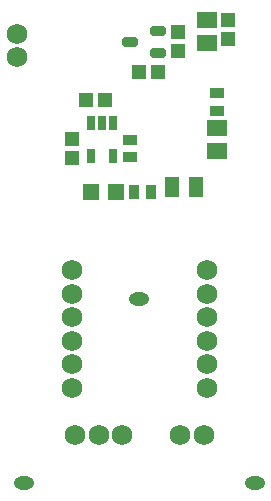
<source format=gts>
G04*
G04 #@! TF.GenerationSoftware,Altium Limited,Altium Designer,24.10.1 (45)*
G04*
G04 Layer_Color=8388736*
%FSLAX44Y44*%
%MOMM*%
G71*
G04*
G04 #@! TF.SameCoordinates,DE934D07-760A-40F3-A6A2-C4044611B154*
G04*
G04*
G04 #@! TF.FilePolarity,Negative*
G04*
G01*
G75*
G04:AMPARAMS|DCode=23|XSize=1.24mm|YSize=0.74mm|CornerRadius=0.22mm|HoleSize=0mm|Usage=FLASHONLY|Rotation=270.000|XOffset=0mm|YOffset=0mm|HoleType=Round|Shape=RoundedRectangle|*
%AMROUNDEDRECTD23*
21,1,1.2400,0.3000,0,0,270.0*
21,1,0.8000,0.7400,0,0,270.0*
1,1,0.4400,-0.1500,-0.4000*
1,1,0.4400,-0.1500,0.4000*
1,1,0.4400,0.1500,0.4000*
1,1,0.4400,0.1500,-0.4000*
%
%ADD23ROUNDEDRECTD23*%
G04:AMPARAMS|DCode=24|XSize=1.3532mm|YSize=0.8032mm|CornerRadius=0.2516mm|HoleSize=0mm|Usage=FLASHONLY|Rotation=180.000|XOffset=0mm|YOffset=0mm|HoleType=Round|Shape=RoundedRectangle|*
%AMROUNDEDRECTD24*
21,1,1.3532,0.3000,0,0,180.0*
21,1,0.8500,0.8032,0,0,180.0*
1,1,0.5032,-0.4250,0.1500*
1,1,0.5032,0.4250,0.1500*
1,1,0.5032,0.4250,-0.1500*
1,1,0.5032,-0.4250,-0.1500*
%
%ADD24ROUNDEDRECTD24*%
%ADD25R,0.9532X1.2032*%
%ADD26R,1.4032X1.4032*%
%ADD27R,1.6532X1.3532*%
%ADD28R,1.1532X1.2032*%
%ADD29R,1.1532X1.6532*%
%ADD30R,1.2032X1.1532*%
%ADD31R,1.2032X0.9532*%
%ADD32C,1.7272*%
%ADD33O,1.7032X1.1032*%
D23*
X-41250Y296520D02*
D03*
X-22250Y296520D02*
D03*
X-41250Y324520D02*
D03*
X-31750Y324520D02*
D03*
X-22250Y324520D02*
D03*
D24*
X-7690Y393070D02*
D03*
X15310Y402570D02*
D03*
X15310Y383570D02*
D03*
D25*
X-4960Y266070D02*
D03*
X10040Y266070D02*
D03*
D26*
X-41250Y266070D02*
D03*
X-20250Y266070D02*
D03*
D27*
X66040Y320520D02*
D03*
Y300520D02*
D03*
X57150Y411960D02*
D03*
Y391960D02*
D03*
D28*
X16000Y367670D02*
D03*
X0Y367670D02*
D03*
X-28945Y343965D02*
D03*
X-44945Y343965D02*
D03*
D29*
X47440Y269880D02*
D03*
X27940Y269880D02*
D03*
D30*
X74930Y395230D02*
D03*
Y411230D02*
D03*
X-57150Y294900D02*
D03*
X-57150Y310900D02*
D03*
X33020Y401070D02*
D03*
X33020Y385070D02*
D03*
D31*
X66040Y349770D02*
D03*
Y334770D02*
D03*
X-7620Y295400D02*
D03*
X-7620Y310400D02*
D03*
D32*
X-57000Y100000D02*
D03*
Y120000D02*
D03*
Y140000D02*
D03*
Y160000D02*
D03*
Y180000D02*
D03*
Y200000D02*
D03*
X-54610Y60000D02*
D03*
X-34610D02*
D03*
X-14610D02*
D03*
X54610Y60000D02*
D03*
X34610Y60000D02*
D03*
X-104000Y400000D02*
D03*
Y380000D02*
D03*
X56960Y100000D02*
D03*
Y120000D02*
D03*
Y140000D02*
D03*
Y160000D02*
D03*
Y180000D02*
D03*
Y200000D02*
D03*
D33*
X-97500Y20000D02*
D03*
X97500D02*
D03*
X0Y175000D02*
D03*
M02*

</source>
